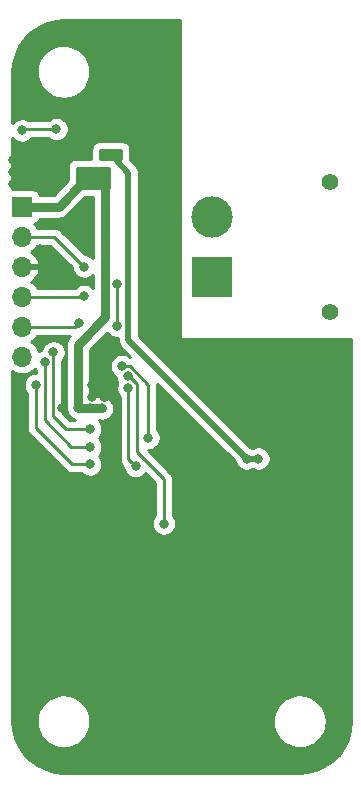
<source format=gbl>
G04 #@! TF.GenerationSoftware,KiCad,Pcbnew,(5.1.2)-1*
G04 #@! TF.CreationDate,2019-12-12T00:14:11+09:00*
G04 #@! TF.ProjectId,CAN_IMU,43414e5f-494d-4552-9e6b-696361645f70,rev?*
G04 #@! TF.SameCoordinates,PXcd0a3c0PY7e5ca20*
G04 #@! TF.FileFunction,Copper,L2,Bot*
G04 #@! TF.FilePolarity,Positive*
%FSLAX46Y46*%
G04 Gerber Fmt 4.6, Leading zero omitted, Abs format (unit mm)*
G04 Created by KiCad (PCBNEW (5.1.2)-1) date 2019-12-12 00:14:11*
%MOMM*%
%LPD*%
G04 APERTURE LIST*
%ADD10O,1.700000X1.700000*%
%ADD11R,1.700000X1.700000*%
%ADD12C,3.500000*%
%ADD13R,3.500000X3.500000*%
%ADD14C,1.400000*%
%ADD15C,0.800000*%
%ADD16C,0.750000*%
%ADD17C,0.250000*%
%ADD18C,0.500000*%
%ADD19C,0.254000*%
G04 APERTURE END LIST*
D10*
X-13500000Y3380000D03*
X-13500000Y5920000D03*
X-13500000Y8460000D03*
X-13500000Y11000000D03*
X-13500000Y13540000D03*
D11*
X-13500000Y16080000D03*
D12*
X2540000Y15160000D03*
D13*
X2540000Y10160000D03*
D14*
X12540000Y18160000D03*
X12540000Y7160000D03*
D15*
X8000000Y-1500000D03*
X-14250000Y19000000D03*
X-14250000Y20000000D03*
X-14250000Y18000000D03*
X-13000000Y20000000D03*
X-13000000Y18000000D03*
X-13750000Y-1000000D03*
X-13800000Y1500000D03*
X-13800000Y300000D03*
X-13700000Y-10000000D03*
X-13600000Y-27000000D03*
X-9300000Y-31200000D03*
X-13500000Y-19000000D03*
X-9500000Y-22500000D03*
X-5500000Y-26500000D03*
X-1500000Y-30500000D03*
X8500000Y-31000000D03*
X13500000Y-26000000D03*
X9000000Y-22500000D03*
X-1000000Y-22500000D03*
X8500000Y-6500000D03*
X8500000Y-13000000D03*
X13500000Y-13000000D03*
X9000000Y-18000000D03*
X-500000Y-19500000D03*
X-2000000Y-19500000D03*
X-5500000Y-18000000D03*
X-7500000Y-20000000D03*
X-10000000Y-17000000D03*
X-8500000Y-15000000D03*
X-6500000Y-10000000D03*
X-4000000Y-11500000D03*
X-4000000Y-15000000D03*
X-6600000Y0D03*
X-6600000Y1000000D03*
X-7600000Y1000000D03*
X-7600000Y0D03*
X-10100000Y-1000000D03*
X-5600000Y-3900000D03*
X-2700000Y-7300000D03*
X4200000Y-8800000D03*
X2700000Y-6600000D03*
X-1100000Y4200000D03*
X14000000Y4500000D03*
X13800000Y-1500000D03*
X9100000Y2400000D03*
X5400000Y4100000D03*
X10700000Y-10000000D03*
X12800000Y-18800000D03*
X-800000Y30600000D03*
X-8800000Y30800000D03*
X-800000Y22400000D03*
X-5900000Y23900000D03*
X-13100000Y25900000D03*
X-1800000Y19800000D03*
X-1400000Y13100000D03*
X-9950000Y14550000D03*
X-11700000Y14700000D03*
X-8250000Y15000000D03*
X-12000000Y12500000D03*
X-12000000Y9600000D03*
X-1475000Y-905000D03*
X14100000Y-6500000D03*
X-8500000Y19000000D03*
X-8500000Y18000000D03*
X-7500000Y18000000D03*
X-7500000Y19000000D03*
X-6500000Y19000000D03*
X-6500000Y18000000D03*
X-8750000Y-1000000D03*
X-6750000Y-1000000D03*
X-7800000Y-1000000D03*
X-10600000Y22650000D03*
X-13500000Y22530002D03*
X-6500000Y20500000D03*
X-5500000Y20500000D03*
X5500000Y-5250000D03*
X6500000Y-5250000D03*
X-2824979Y-3500000D03*
X-5039584Y2573637D03*
X-1500000Y-10750000D03*
X-4554798Y1698990D03*
X-4500000Y700000D03*
X-3900000Y-5899992D03*
X-5500000Y6000000D03*
X-5500000Y9500000D03*
X-8725010Y6230632D03*
X-8250000Y8500000D03*
X-8250000Y11000000D03*
X-7750001Y-2750000D03*
X-10854083Y3750008D03*
X-7750000Y-4250000D03*
X-11599989Y2952702D03*
X-7750000Y-5750000D03*
X-12350021Y1000000D03*
D16*
X-6600000Y0D02*
X-6600000Y1000000D01*
X-6600000Y1000000D02*
X-7600000Y1000000D01*
X-10420000Y16080000D02*
X-8500000Y18000000D01*
X-13500000Y16080000D02*
X-10420000Y16080000D01*
X-8750000Y-1000000D02*
X-7800000Y-1000000D01*
X-7800000Y-1000000D02*
X-6750000Y-1000000D01*
X-8750000Y-434315D02*
X-8750000Y-1000000D01*
X-8800000Y-384315D02*
X-8750000Y-434315D01*
X-8800000Y4400000D02*
X-8800000Y-384315D01*
X-6500000Y6700000D02*
X-8800000Y4400000D01*
X-6500000Y18000000D02*
X-6500000Y6700000D01*
D17*
X-10600000Y22650000D02*
X-13380002Y22650000D01*
X-13380002Y22650000D02*
X-13500000Y22530002D01*
D18*
X-6500000Y20500000D02*
X-5500000Y20500000D01*
X-5500000Y19934315D02*
X-4500000Y18934315D01*
X-5500000Y20500000D02*
X-5500000Y19934315D01*
X-4500000Y18934315D02*
X-4500000Y4750000D01*
X-4500000Y4750000D02*
X5500000Y-5250000D01*
X5500000Y-5250000D02*
X6500000Y-5250000D01*
D17*
X-4388370Y2573637D02*
X-4473899Y2573637D01*
X-2824979Y-3500000D02*
X-2824979Y1010246D01*
X-2824979Y1010246D02*
X-4388370Y2573637D01*
X-4473899Y2573637D02*
X-5039584Y2573637D01*
X-4425986Y1698990D02*
X-4554798Y1698990D01*
X-3774998Y1048002D02*
X-4425986Y1698990D01*
X-3774998Y-4725002D02*
X-3774998Y1048002D01*
X-1500000Y-10750000D02*
X-1500000Y-7000000D01*
X-1500000Y-7000000D02*
X-3774998Y-4725002D01*
X-4500000Y700000D02*
X-4500000Y-5299992D01*
X-4500000Y-5299992D02*
X-4299999Y-5499993D01*
X-4299999Y-5499993D02*
X-3900000Y-5899992D01*
X-5500000Y6000000D02*
X-5500000Y9500000D01*
X-9035642Y5920000D02*
X-8725010Y6230632D01*
X-13500000Y5920000D02*
X-9035642Y5920000D01*
X-13500000Y8460000D02*
X-8290000Y8460000D01*
X-8290000Y8460000D02*
X-8250000Y8500000D01*
X-13500000Y13540000D02*
X-10790000Y13540000D01*
X-10790000Y13540000D02*
X-8250000Y11000000D01*
X-9750000Y-2750000D02*
X-7750001Y-2750000D01*
X-10854093Y-1645907D02*
X-9750000Y-2750000D01*
X-10854093Y3184313D02*
X-10854093Y-1645907D01*
X-10854083Y3750008D02*
X-10854083Y3184323D01*
X-10854083Y3184323D02*
X-10854093Y3184313D01*
X-9350000Y-4250000D02*
X-7750000Y-4250000D01*
X-11599989Y2952702D02*
X-11599989Y-2000011D01*
X-11599989Y-2000011D02*
X-9350000Y-4250000D01*
X-9250000Y-5750000D02*
X-7750000Y-5750000D01*
X-12350021Y1000000D02*
X-12350021Y-2649979D01*
X-12350021Y-2649979D02*
X-9250000Y-5750000D01*
D19*
G36*
X-7000000Y19365000D02*
G01*
X-6177649Y19365000D01*
X-6156532Y19339269D01*
X-6156529Y19339266D01*
X-6128816Y19305498D01*
X-6127000Y19304008D01*
X-6127000Y17627000D01*
X-8873000Y17627000D01*
X-8873000Y19373000D01*
X-7081227Y19373000D01*
X-7000000Y19365000D01*
X-7000000Y19365000D01*
G37*
X-7000000Y19365000D02*
X-6177649Y19365000D01*
X-6156532Y19339269D01*
X-6156529Y19339266D01*
X-6128816Y19305498D01*
X-6127000Y19304008D01*
X-6127000Y17627000D01*
X-8873000Y17627000D01*
X-8873000Y19373000D01*
X-7081227Y19373000D01*
X-7000000Y19365000D01*
G36*
X-5127000Y20127000D02*
G01*
X-6873000Y20127000D01*
X-6873000Y20873000D01*
X-5127000Y20873000D01*
X-5127000Y20127000D01*
X-5127000Y20127000D01*
G37*
X-5127000Y20127000D02*
X-6873000Y20127000D01*
X-6873000Y20873000D01*
X-5127000Y20873000D01*
X-5127000Y20127000D01*
G36*
X-127000Y5000000D02*
G01*
X-124560Y4975224D01*
X-117333Y4951399D01*
X-105597Y4929443D01*
X-89803Y4910197D01*
X-70557Y4894403D01*
X-48601Y4882667D01*
X-24776Y4875440D01*
X0Y4873000D01*
X14340001Y4873000D01*
X14340000Y-27470608D01*
X14268827Y-28268083D01*
X14065344Y-29011890D01*
X13733363Y-29707904D01*
X13283374Y-30334130D01*
X12729597Y-30870777D01*
X12089549Y-31300871D01*
X11383447Y-31610829D01*
X10628543Y-31792065D01*
X9975793Y-31840000D01*
X-9970608Y-31840000D01*
X-10768083Y-31768827D01*
X-11511890Y-31565344D01*
X-12207904Y-31233363D01*
X-12834130Y-30783374D01*
X-13370777Y-30229597D01*
X-13800871Y-29589549D01*
X-14110829Y-28883447D01*
X-14292065Y-28128543D01*
X-14335884Y-27531834D01*
X-12279778Y-27531834D01*
X-12230177Y-27974039D01*
X-12095629Y-28398188D01*
X-11881259Y-28788125D01*
X-11595232Y-29128998D01*
X-11248444Y-29407823D01*
X-10854103Y-29613979D01*
X-10427229Y-29739615D01*
X-9984083Y-29779944D01*
X-9541542Y-29733432D01*
X-9116464Y-29601848D01*
X-8725040Y-29390206D01*
X-8382179Y-29106566D01*
X-8100940Y-28761733D01*
X-7892035Y-28368840D01*
X-7763422Y-27942854D01*
X-7723122Y-27531834D01*
X7720222Y-27531834D01*
X7769823Y-27974039D01*
X7904371Y-28398188D01*
X8118741Y-28788125D01*
X8404768Y-29128998D01*
X8751556Y-29407823D01*
X9145897Y-29613979D01*
X9572771Y-29739615D01*
X10015917Y-29779944D01*
X10458458Y-29733432D01*
X10883536Y-29601848D01*
X11274960Y-29390206D01*
X11617821Y-29106566D01*
X11899060Y-28761733D01*
X12107965Y-28368840D01*
X12236578Y-27942854D01*
X12280000Y-27500000D01*
X12279111Y-27436339D01*
X12223341Y-26994869D01*
X12082884Y-26572640D01*
X11863090Y-26185734D01*
X11572333Y-25848888D01*
X11221685Y-25574932D01*
X10824504Y-25374302D01*
X10395918Y-25254638D01*
X9952251Y-25220500D01*
X9510403Y-25273187D01*
X9087204Y-25410693D01*
X8698773Y-25627780D01*
X8359905Y-25916179D01*
X8083508Y-26264905D01*
X7880110Y-26660676D01*
X7757457Y-27088416D01*
X7720222Y-27531834D01*
X-7723122Y-27531834D01*
X-7720000Y-27500000D01*
X-7720889Y-27436339D01*
X-7776659Y-26994869D01*
X-7917116Y-26572640D01*
X-8136910Y-26185734D01*
X-8427667Y-25848888D01*
X-8778315Y-25574932D01*
X-9175496Y-25374302D01*
X-9604082Y-25254638D01*
X-10047749Y-25220500D01*
X-10489597Y-25273187D01*
X-10912796Y-25410693D01*
X-11301227Y-25627780D01*
X-11640095Y-25916179D01*
X-11916492Y-26264905D01*
X-12119890Y-26660676D01*
X-12242543Y-27088416D01*
X-12279778Y-27531834D01*
X-14335884Y-27531834D01*
X-14340000Y-27475793D01*
X-14340000Y2148310D01*
X-14329014Y2139294D01*
X-14071034Y2001401D01*
X-13791111Y1916487D01*
X-13572950Y1895000D01*
X-13427050Y1895000D01*
X-13208889Y1916487D01*
X-12928966Y2001401D01*
X-12670986Y2139294D01*
X-12444866Y2324866D01*
X-12434062Y2338030D01*
X-12403926Y2292928D01*
X-12359989Y2248991D01*
X-12359989Y2035000D01*
X-12451960Y2035000D01*
X-12651919Y1995226D01*
X-12840277Y1917205D01*
X-13009795Y1803937D01*
X-13153958Y1659774D01*
X-13267226Y1490256D01*
X-13345247Y1301898D01*
X-13385021Y1101939D01*
X-13385021Y898061D01*
X-13345247Y698102D01*
X-13267226Y509744D01*
X-13153958Y340226D01*
X-13110021Y296289D01*
X-13110020Y-2612647D01*
X-13113697Y-2649979D01*
X-13110020Y-2687312D01*
X-13102497Y-2763688D01*
X-13099023Y-2798964D01*
X-13055567Y-2942225D01*
X-12984995Y-3074255D01*
X-12913820Y-3160981D01*
X-12890021Y-3189980D01*
X-12861023Y-3213778D01*
X-9813799Y-6261003D01*
X-9790001Y-6290001D01*
X-9674276Y-6384974D01*
X-9542247Y-6455546D01*
X-9398986Y-6499003D01*
X-9287333Y-6510000D01*
X-9287325Y-6510000D01*
X-9250000Y-6513676D01*
X-9212675Y-6510000D01*
X-8453711Y-6510000D01*
X-8409774Y-6553937D01*
X-8240256Y-6667205D01*
X-8051898Y-6745226D01*
X-7851939Y-6785000D01*
X-7648061Y-6785000D01*
X-7448102Y-6745226D01*
X-7259744Y-6667205D01*
X-7090226Y-6553937D01*
X-6946063Y-6409774D01*
X-6832795Y-6240256D01*
X-6754774Y-6051898D01*
X-6715000Y-5851939D01*
X-6715000Y-5648061D01*
X-6754774Y-5448102D01*
X-6832795Y-5259744D01*
X-6946063Y-5090226D01*
X-7036289Y-5000000D01*
X-6946063Y-4909774D01*
X-6832795Y-4740256D01*
X-6754774Y-4551898D01*
X-6715000Y-4351939D01*
X-6715000Y-4148061D01*
X-6754774Y-3948102D01*
X-6832795Y-3759744D01*
X-6946063Y-3590226D01*
X-7036289Y-3500000D01*
X-6946064Y-3409774D01*
X-6832796Y-3240256D01*
X-6754775Y-3051898D01*
X-6715001Y-2851939D01*
X-6715001Y-2648061D01*
X-6754775Y-2448102D01*
X-6832796Y-2259744D01*
X-6946064Y-2090226D01*
X-7026290Y-2010000D01*
X-6977623Y-2010000D01*
X-6851939Y-2035000D01*
X-6648061Y-2035000D01*
X-6448102Y-1995226D01*
X-6259744Y-1917205D01*
X-6090226Y-1803937D01*
X-5946063Y-1659774D01*
X-5832795Y-1490256D01*
X-5754774Y-1301898D01*
X-5715000Y-1101939D01*
X-5715000Y-898061D01*
X-5754774Y-698102D01*
X-5832795Y-509744D01*
X-5946063Y-340226D01*
X-6090226Y-196063D01*
X-6259744Y-82795D01*
X-6448102Y-4774D01*
X-6648061Y35000D01*
X-6851939Y35000D01*
X-6977623Y10000D01*
X-7572377Y10000D01*
X-7698061Y35000D01*
X-7790000Y35000D01*
X-7790000Y3981645D01*
X-6354999Y5416646D01*
X-6303937Y5340226D01*
X-6159774Y5196063D01*
X-5990256Y5082795D01*
X-5801898Y5004774D01*
X-5601939Y4965000D01*
X-5398061Y4965000D01*
X-5384999Y4967598D01*
X-5384999Y4793479D01*
X-5389281Y4750000D01*
X-5372195Y4576510D01*
X-5321588Y4409687D01*
X-5239410Y4255941D01*
X-5156532Y4154954D01*
X-5156529Y4154951D01*
X-5128816Y4121183D01*
X-5095048Y4093470D01*
X-4333486Y3331908D01*
X-4334216Y3331980D01*
X-4379810Y3377574D01*
X-4549328Y3490842D01*
X-4737686Y3568863D01*
X-4937645Y3608637D01*
X-5141523Y3608637D01*
X-5341482Y3568863D01*
X-5529840Y3490842D01*
X-5699358Y3377574D01*
X-5843521Y3233411D01*
X-5956789Y3063893D01*
X-6034810Y2875535D01*
X-6074584Y2675576D01*
X-6074584Y2471698D01*
X-6034810Y2271739D01*
X-5956789Y2083381D01*
X-5843521Y1913863D01*
X-5699358Y1769700D01*
X-5589798Y1696495D01*
X-5589798Y1597051D01*
X-5550024Y1397092D01*
X-5472003Y1208734D01*
X-5433451Y1151036D01*
X-5495226Y1001898D01*
X-5535000Y801939D01*
X-5535000Y598061D01*
X-5495226Y398102D01*
X-5417205Y209744D01*
X-5303937Y40226D01*
X-5260000Y-3711D01*
X-5259999Y-5262660D01*
X-5263676Y-5299992D01*
X-5259999Y-5337325D01*
X-5258651Y-5351006D01*
X-5249002Y-5448977D01*
X-5205546Y-5592238D01*
X-5134974Y-5724268D01*
X-5063799Y-5810994D01*
X-5040000Y-5839993D01*
X-5011002Y-5863791D01*
X-4935000Y-5939793D01*
X-4935000Y-6001931D01*
X-4895226Y-6201890D01*
X-4817205Y-6390248D01*
X-4703937Y-6559766D01*
X-4559774Y-6703929D01*
X-4390256Y-6817197D01*
X-4201898Y-6895218D01*
X-4001939Y-6934992D01*
X-3798061Y-6934992D01*
X-3598102Y-6895218D01*
X-3409744Y-6817197D01*
X-3240226Y-6703929D01*
X-3096063Y-6559766D01*
X-3063608Y-6511194D01*
X-2259999Y-7314803D01*
X-2260000Y-10046289D01*
X-2303937Y-10090226D01*
X-2417205Y-10259744D01*
X-2495226Y-10448102D01*
X-2535000Y-10648061D01*
X-2535000Y-10851939D01*
X-2495226Y-11051898D01*
X-2417205Y-11240256D01*
X-2303937Y-11409774D01*
X-2159774Y-11553937D01*
X-1990256Y-11667205D01*
X-1801898Y-11745226D01*
X-1601939Y-11785000D01*
X-1398061Y-11785000D01*
X-1198102Y-11745226D01*
X-1009744Y-11667205D01*
X-840226Y-11553937D01*
X-696063Y-11409774D01*
X-582795Y-11240256D01*
X-504774Y-11051898D01*
X-465000Y-10851939D01*
X-465000Y-10648061D01*
X-504774Y-10448102D01*
X-582795Y-10259744D01*
X-696063Y-10090226D01*
X-740000Y-10046289D01*
X-740000Y-7037322D01*
X-736324Y-6999999D01*
X-740000Y-6962676D01*
X-740000Y-6962667D01*
X-750997Y-6851014D01*
X-794454Y-6707753D01*
X-825862Y-6648994D01*
X-865026Y-6575723D01*
X-936201Y-6488997D01*
X-959999Y-6459999D01*
X-988997Y-6436201D01*
X-2890199Y-4535000D01*
X-2723040Y-4535000D01*
X-2523081Y-4495226D01*
X-2334723Y-4417205D01*
X-2165205Y-4303937D01*
X-2021042Y-4159774D01*
X-1907774Y-3990256D01*
X-1829753Y-3801898D01*
X-1789979Y-3601939D01*
X-1789979Y-3398061D01*
X-1829753Y-3198102D01*
X-1907774Y-3009744D01*
X-2021042Y-2840226D01*
X-2064979Y-2796289D01*
X-2064979Y972921D01*
X-2061303Y1010246D01*
X-2064979Y1047571D01*
X-2064979Y1047579D01*
X-2066708Y1065129D01*
X4493465Y-5495044D01*
X4504774Y-5551898D01*
X4582795Y-5740256D01*
X4696063Y-5909774D01*
X4840226Y-6053937D01*
X5009744Y-6167205D01*
X5198102Y-6245226D01*
X5398061Y-6285000D01*
X5601939Y-6285000D01*
X5801898Y-6245226D01*
X5990256Y-6167205D01*
X6000000Y-6160694D01*
X6009744Y-6167205D01*
X6198102Y-6245226D01*
X6398061Y-6285000D01*
X6601939Y-6285000D01*
X6801898Y-6245226D01*
X6990256Y-6167205D01*
X7159774Y-6053937D01*
X7303937Y-5909774D01*
X7417205Y-5740256D01*
X7495226Y-5551898D01*
X7535000Y-5351939D01*
X7535000Y-5148061D01*
X7495226Y-4948102D01*
X7417205Y-4759744D01*
X7303937Y-4590226D01*
X7159774Y-4446063D01*
X6990256Y-4332795D01*
X6801898Y-4254774D01*
X6601939Y-4215000D01*
X6398061Y-4215000D01*
X6198102Y-4254774D01*
X6009744Y-4332795D01*
X6000000Y-4339306D01*
X5990256Y-4332795D01*
X5801898Y-4254774D01*
X5745044Y-4243465D01*
X-3615000Y5116578D01*
X-3615000Y18890846D01*
X-3610719Y18934315D01*
X-3615000Y18977784D01*
X-3615000Y18977792D01*
X-3627805Y19107805D01*
X-3629298Y19112726D01*
X-3678411Y19274629D01*
X-3760589Y19428374D01*
X-3843468Y19529362D01*
X-3843470Y19529364D01*
X-3871183Y19563132D01*
X-3904950Y19590844D01*
X-4365000Y20050894D01*
X-4365000Y21000000D01*
X-4377201Y21123882D01*
X-4413336Y21243004D01*
X-4472017Y21352787D01*
X-4550987Y21449013D01*
X-4647213Y21527983D01*
X-4756996Y21586664D01*
X-4876118Y21622799D01*
X-5000000Y21635000D01*
X-7000000Y21635000D01*
X-7123882Y21622799D01*
X-7243004Y21586664D01*
X-7352787Y21527983D01*
X-7449013Y21449013D01*
X-7527983Y21352787D01*
X-7586664Y21243004D01*
X-7622799Y21123882D01*
X-7635000Y21000000D01*
X-7635000Y20135000D01*
X-9000000Y20135000D01*
X-9123882Y20122799D01*
X-9243004Y20086664D01*
X-9352787Y20027983D01*
X-9449013Y19949013D01*
X-9527983Y19852787D01*
X-9586664Y19743004D01*
X-9622799Y19623882D01*
X-9635000Y19500000D01*
X-9635000Y18293355D01*
X-10838355Y17090000D01*
X-12034962Y17090000D01*
X-12060498Y17174180D01*
X-12119463Y17284494D01*
X-12198815Y17381185D01*
X-12295506Y17460537D01*
X-12405820Y17519502D01*
X-12525518Y17555812D01*
X-12650000Y17568072D01*
X-14340000Y17568072D01*
X-14340000Y21924200D01*
X-14303937Y21870228D01*
X-14159774Y21726065D01*
X-13990256Y21612797D01*
X-13801898Y21534776D01*
X-13601939Y21495002D01*
X-13398061Y21495002D01*
X-13198102Y21534776D01*
X-13009744Y21612797D01*
X-12840226Y21726065D01*
X-12696063Y21870228D01*
X-12682852Y21890000D01*
X-11303711Y21890000D01*
X-11259774Y21846063D01*
X-11090256Y21732795D01*
X-10901898Y21654774D01*
X-10701939Y21615000D01*
X-10498061Y21615000D01*
X-10298102Y21654774D01*
X-10109744Y21732795D01*
X-9940226Y21846063D01*
X-9796063Y21990226D01*
X-9682795Y22159744D01*
X-9604774Y22348102D01*
X-9565000Y22548061D01*
X-9565000Y22751939D01*
X-9604774Y22951898D01*
X-9682795Y23140256D01*
X-9796063Y23309774D01*
X-9940226Y23453937D01*
X-10109744Y23567205D01*
X-10298102Y23645226D01*
X-10498061Y23685000D01*
X-10701939Y23685000D01*
X-10901898Y23645226D01*
X-11090256Y23567205D01*
X-11259774Y23453937D01*
X-11303711Y23410000D01*
X-12954060Y23410000D01*
X-13009744Y23447207D01*
X-13198102Y23525228D01*
X-13398061Y23565002D01*
X-13601939Y23565002D01*
X-13801898Y23525228D01*
X-13990256Y23447207D01*
X-14159774Y23333939D01*
X-14303937Y23189776D01*
X-14340000Y23135804D01*
X-14340000Y27468166D01*
X-12279778Y27468166D01*
X-12230177Y27025961D01*
X-12095629Y26601812D01*
X-11881259Y26211875D01*
X-11595232Y25871002D01*
X-11248444Y25592177D01*
X-10854103Y25386021D01*
X-10427229Y25260385D01*
X-9984083Y25220056D01*
X-9541542Y25266568D01*
X-9116464Y25398152D01*
X-8725040Y25609794D01*
X-8382179Y25893434D01*
X-8100940Y26238267D01*
X-7892035Y26631160D01*
X-7763422Y27057146D01*
X-7720000Y27500000D01*
X-7720889Y27563661D01*
X-7776659Y28005131D01*
X-7917116Y28427360D01*
X-8136910Y28814266D01*
X-8427667Y29151112D01*
X-8778315Y29425068D01*
X-9175496Y29625698D01*
X-9604082Y29745362D01*
X-10047749Y29779500D01*
X-10489597Y29726813D01*
X-10912796Y29589307D01*
X-11301227Y29372220D01*
X-11640095Y29083821D01*
X-11916492Y28735095D01*
X-12119890Y28339324D01*
X-12242543Y27911584D01*
X-12279778Y27468166D01*
X-14340000Y27468166D01*
X-14340000Y27470608D01*
X-14268827Y28268083D01*
X-14065344Y29011891D01*
X-13733362Y29707905D01*
X-13283374Y30334130D01*
X-12729597Y30870777D01*
X-12089549Y31300871D01*
X-11383447Y31610829D01*
X-10628543Y31792065D01*
X-9975793Y31840000D01*
X-127000Y31840000D01*
X-127000Y5000000D01*
X-127000Y5000000D01*
G37*
X-127000Y5000000D02*
X-124560Y4975224D01*
X-117333Y4951399D01*
X-105597Y4929443D01*
X-89803Y4910197D01*
X-70557Y4894403D01*
X-48601Y4882667D01*
X-24776Y4875440D01*
X0Y4873000D01*
X14340001Y4873000D01*
X14340000Y-27470608D01*
X14268827Y-28268083D01*
X14065344Y-29011890D01*
X13733363Y-29707904D01*
X13283374Y-30334130D01*
X12729597Y-30870777D01*
X12089549Y-31300871D01*
X11383447Y-31610829D01*
X10628543Y-31792065D01*
X9975793Y-31840000D01*
X-9970608Y-31840000D01*
X-10768083Y-31768827D01*
X-11511890Y-31565344D01*
X-12207904Y-31233363D01*
X-12834130Y-30783374D01*
X-13370777Y-30229597D01*
X-13800871Y-29589549D01*
X-14110829Y-28883447D01*
X-14292065Y-28128543D01*
X-14335884Y-27531834D01*
X-12279778Y-27531834D01*
X-12230177Y-27974039D01*
X-12095629Y-28398188D01*
X-11881259Y-28788125D01*
X-11595232Y-29128998D01*
X-11248444Y-29407823D01*
X-10854103Y-29613979D01*
X-10427229Y-29739615D01*
X-9984083Y-29779944D01*
X-9541542Y-29733432D01*
X-9116464Y-29601848D01*
X-8725040Y-29390206D01*
X-8382179Y-29106566D01*
X-8100940Y-28761733D01*
X-7892035Y-28368840D01*
X-7763422Y-27942854D01*
X-7723122Y-27531834D01*
X7720222Y-27531834D01*
X7769823Y-27974039D01*
X7904371Y-28398188D01*
X8118741Y-28788125D01*
X8404768Y-29128998D01*
X8751556Y-29407823D01*
X9145897Y-29613979D01*
X9572771Y-29739615D01*
X10015917Y-29779944D01*
X10458458Y-29733432D01*
X10883536Y-29601848D01*
X11274960Y-29390206D01*
X11617821Y-29106566D01*
X11899060Y-28761733D01*
X12107965Y-28368840D01*
X12236578Y-27942854D01*
X12280000Y-27500000D01*
X12279111Y-27436339D01*
X12223341Y-26994869D01*
X12082884Y-26572640D01*
X11863090Y-26185734D01*
X11572333Y-25848888D01*
X11221685Y-25574932D01*
X10824504Y-25374302D01*
X10395918Y-25254638D01*
X9952251Y-25220500D01*
X9510403Y-25273187D01*
X9087204Y-25410693D01*
X8698773Y-25627780D01*
X8359905Y-25916179D01*
X8083508Y-26264905D01*
X7880110Y-26660676D01*
X7757457Y-27088416D01*
X7720222Y-27531834D01*
X-7723122Y-27531834D01*
X-7720000Y-27500000D01*
X-7720889Y-27436339D01*
X-7776659Y-26994869D01*
X-7917116Y-26572640D01*
X-8136910Y-26185734D01*
X-8427667Y-25848888D01*
X-8778315Y-25574932D01*
X-9175496Y-25374302D01*
X-9604082Y-25254638D01*
X-10047749Y-25220500D01*
X-10489597Y-25273187D01*
X-10912796Y-25410693D01*
X-11301227Y-25627780D01*
X-11640095Y-25916179D01*
X-11916492Y-26264905D01*
X-12119890Y-26660676D01*
X-12242543Y-27088416D01*
X-12279778Y-27531834D01*
X-14335884Y-27531834D01*
X-14340000Y-27475793D01*
X-14340000Y2148310D01*
X-14329014Y2139294D01*
X-14071034Y2001401D01*
X-13791111Y1916487D01*
X-13572950Y1895000D01*
X-13427050Y1895000D01*
X-13208889Y1916487D01*
X-12928966Y2001401D01*
X-12670986Y2139294D01*
X-12444866Y2324866D01*
X-12434062Y2338030D01*
X-12403926Y2292928D01*
X-12359989Y2248991D01*
X-12359989Y2035000D01*
X-12451960Y2035000D01*
X-12651919Y1995226D01*
X-12840277Y1917205D01*
X-13009795Y1803937D01*
X-13153958Y1659774D01*
X-13267226Y1490256D01*
X-13345247Y1301898D01*
X-13385021Y1101939D01*
X-13385021Y898061D01*
X-13345247Y698102D01*
X-13267226Y509744D01*
X-13153958Y340226D01*
X-13110021Y296289D01*
X-13110020Y-2612647D01*
X-13113697Y-2649979D01*
X-13110020Y-2687312D01*
X-13102497Y-2763688D01*
X-13099023Y-2798964D01*
X-13055567Y-2942225D01*
X-12984995Y-3074255D01*
X-12913820Y-3160981D01*
X-12890021Y-3189980D01*
X-12861023Y-3213778D01*
X-9813799Y-6261003D01*
X-9790001Y-6290001D01*
X-9674276Y-6384974D01*
X-9542247Y-6455546D01*
X-9398986Y-6499003D01*
X-9287333Y-6510000D01*
X-9287325Y-6510000D01*
X-9250000Y-6513676D01*
X-9212675Y-6510000D01*
X-8453711Y-6510000D01*
X-8409774Y-6553937D01*
X-8240256Y-6667205D01*
X-8051898Y-6745226D01*
X-7851939Y-6785000D01*
X-7648061Y-6785000D01*
X-7448102Y-6745226D01*
X-7259744Y-6667205D01*
X-7090226Y-6553937D01*
X-6946063Y-6409774D01*
X-6832795Y-6240256D01*
X-6754774Y-6051898D01*
X-6715000Y-5851939D01*
X-6715000Y-5648061D01*
X-6754774Y-5448102D01*
X-6832795Y-5259744D01*
X-6946063Y-5090226D01*
X-7036289Y-5000000D01*
X-6946063Y-4909774D01*
X-6832795Y-4740256D01*
X-6754774Y-4551898D01*
X-6715000Y-4351939D01*
X-6715000Y-4148061D01*
X-6754774Y-3948102D01*
X-6832795Y-3759744D01*
X-6946063Y-3590226D01*
X-7036289Y-3500000D01*
X-6946064Y-3409774D01*
X-6832796Y-3240256D01*
X-6754775Y-3051898D01*
X-6715001Y-2851939D01*
X-6715001Y-2648061D01*
X-6754775Y-2448102D01*
X-6832796Y-2259744D01*
X-6946064Y-2090226D01*
X-7026290Y-2010000D01*
X-6977623Y-2010000D01*
X-6851939Y-2035000D01*
X-6648061Y-2035000D01*
X-6448102Y-1995226D01*
X-6259744Y-1917205D01*
X-6090226Y-1803937D01*
X-5946063Y-1659774D01*
X-5832795Y-1490256D01*
X-5754774Y-1301898D01*
X-5715000Y-1101939D01*
X-5715000Y-898061D01*
X-5754774Y-698102D01*
X-5832795Y-509744D01*
X-5946063Y-340226D01*
X-6090226Y-196063D01*
X-6259744Y-82795D01*
X-6448102Y-4774D01*
X-6648061Y35000D01*
X-6851939Y35000D01*
X-6977623Y10000D01*
X-7572377Y10000D01*
X-7698061Y35000D01*
X-7790000Y35000D01*
X-7790000Y3981645D01*
X-6354999Y5416646D01*
X-6303937Y5340226D01*
X-6159774Y5196063D01*
X-5990256Y5082795D01*
X-5801898Y5004774D01*
X-5601939Y4965000D01*
X-5398061Y4965000D01*
X-5384999Y4967598D01*
X-5384999Y4793479D01*
X-5389281Y4750000D01*
X-5372195Y4576510D01*
X-5321588Y4409687D01*
X-5239410Y4255941D01*
X-5156532Y4154954D01*
X-5156529Y4154951D01*
X-5128816Y4121183D01*
X-5095048Y4093470D01*
X-4333486Y3331908D01*
X-4334216Y3331980D01*
X-4379810Y3377574D01*
X-4549328Y3490842D01*
X-4737686Y3568863D01*
X-4937645Y3608637D01*
X-5141523Y3608637D01*
X-5341482Y3568863D01*
X-5529840Y3490842D01*
X-5699358Y3377574D01*
X-5843521Y3233411D01*
X-5956789Y3063893D01*
X-6034810Y2875535D01*
X-6074584Y2675576D01*
X-6074584Y2471698D01*
X-6034810Y2271739D01*
X-5956789Y2083381D01*
X-5843521Y1913863D01*
X-5699358Y1769700D01*
X-5589798Y1696495D01*
X-5589798Y1597051D01*
X-5550024Y1397092D01*
X-5472003Y1208734D01*
X-5433451Y1151036D01*
X-5495226Y1001898D01*
X-5535000Y801939D01*
X-5535000Y598061D01*
X-5495226Y398102D01*
X-5417205Y209744D01*
X-5303937Y40226D01*
X-5260000Y-3711D01*
X-5259999Y-5262660D01*
X-5263676Y-5299992D01*
X-5259999Y-5337325D01*
X-5258651Y-5351006D01*
X-5249002Y-5448977D01*
X-5205546Y-5592238D01*
X-5134974Y-5724268D01*
X-5063799Y-5810994D01*
X-5040000Y-5839993D01*
X-5011002Y-5863791D01*
X-4935000Y-5939793D01*
X-4935000Y-6001931D01*
X-4895226Y-6201890D01*
X-4817205Y-6390248D01*
X-4703937Y-6559766D01*
X-4559774Y-6703929D01*
X-4390256Y-6817197D01*
X-4201898Y-6895218D01*
X-4001939Y-6934992D01*
X-3798061Y-6934992D01*
X-3598102Y-6895218D01*
X-3409744Y-6817197D01*
X-3240226Y-6703929D01*
X-3096063Y-6559766D01*
X-3063608Y-6511194D01*
X-2259999Y-7314803D01*
X-2260000Y-10046289D01*
X-2303937Y-10090226D01*
X-2417205Y-10259744D01*
X-2495226Y-10448102D01*
X-2535000Y-10648061D01*
X-2535000Y-10851939D01*
X-2495226Y-11051898D01*
X-2417205Y-11240256D01*
X-2303937Y-11409774D01*
X-2159774Y-11553937D01*
X-1990256Y-11667205D01*
X-1801898Y-11745226D01*
X-1601939Y-11785000D01*
X-1398061Y-11785000D01*
X-1198102Y-11745226D01*
X-1009744Y-11667205D01*
X-840226Y-11553937D01*
X-696063Y-11409774D01*
X-582795Y-11240256D01*
X-504774Y-11051898D01*
X-465000Y-10851939D01*
X-465000Y-10648061D01*
X-504774Y-10448102D01*
X-582795Y-10259744D01*
X-696063Y-10090226D01*
X-740000Y-10046289D01*
X-740000Y-7037322D01*
X-736324Y-6999999D01*
X-740000Y-6962676D01*
X-740000Y-6962667D01*
X-750997Y-6851014D01*
X-794454Y-6707753D01*
X-825862Y-6648994D01*
X-865026Y-6575723D01*
X-936201Y-6488997D01*
X-959999Y-6459999D01*
X-988997Y-6436201D01*
X-2890199Y-4535000D01*
X-2723040Y-4535000D01*
X-2523081Y-4495226D01*
X-2334723Y-4417205D01*
X-2165205Y-4303937D01*
X-2021042Y-4159774D01*
X-1907774Y-3990256D01*
X-1829753Y-3801898D01*
X-1789979Y-3601939D01*
X-1789979Y-3398061D01*
X-1829753Y-3198102D01*
X-1907774Y-3009744D01*
X-2021042Y-2840226D01*
X-2064979Y-2796289D01*
X-2064979Y972921D01*
X-2061303Y1010246D01*
X-2064979Y1047571D01*
X-2064979Y1047579D01*
X-2066708Y1065129D01*
X4493465Y-5495044D01*
X4504774Y-5551898D01*
X4582795Y-5740256D01*
X4696063Y-5909774D01*
X4840226Y-6053937D01*
X5009744Y-6167205D01*
X5198102Y-6245226D01*
X5398061Y-6285000D01*
X5601939Y-6285000D01*
X5801898Y-6245226D01*
X5990256Y-6167205D01*
X6000000Y-6160694D01*
X6009744Y-6167205D01*
X6198102Y-6245226D01*
X6398061Y-6285000D01*
X6601939Y-6285000D01*
X6801898Y-6245226D01*
X6990256Y-6167205D01*
X7159774Y-6053937D01*
X7303937Y-5909774D01*
X7417205Y-5740256D01*
X7495226Y-5551898D01*
X7535000Y-5351939D01*
X7535000Y-5148061D01*
X7495226Y-4948102D01*
X7417205Y-4759744D01*
X7303937Y-4590226D01*
X7159774Y-4446063D01*
X6990256Y-4332795D01*
X6801898Y-4254774D01*
X6601939Y-4215000D01*
X6398061Y-4215000D01*
X6198102Y-4254774D01*
X6009744Y-4332795D01*
X6000000Y-4339306D01*
X5990256Y-4332795D01*
X5801898Y-4254774D01*
X5745044Y-4243465D01*
X-3615000Y5116578D01*
X-3615000Y18890846D01*
X-3610719Y18934315D01*
X-3615000Y18977784D01*
X-3615000Y18977792D01*
X-3627805Y19107805D01*
X-3629298Y19112726D01*
X-3678411Y19274629D01*
X-3760589Y19428374D01*
X-3843468Y19529362D01*
X-3843470Y19529364D01*
X-3871183Y19563132D01*
X-3904950Y19590844D01*
X-4365000Y20050894D01*
X-4365000Y21000000D01*
X-4377201Y21123882D01*
X-4413336Y21243004D01*
X-4472017Y21352787D01*
X-4550987Y21449013D01*
X-4647213Y21527983D01*
X-4756996Y21586664D01*
X-4876118Y21622799D01*
X-5000000Y21635000D01*
X-7000000Y21635000D01*
X-7123882Y21622799D01*
X-7243004Y21586664D01*
X-7352787Y21527983D01*
X-7449013Y21449013D01*
X-7527983Y21352787D01*
X-7586664Y21243004D01*
X-7622799Y21123882D01*
X-7635000Y21000000D01*
X-7635000Y20135000D01*
X-9000000Y20135000D01*
X-9123882Y20122799D01*
X-9243004Y20086664D01*
X-9352787Y20027983D01*
X-9449013Y19949013D01*
X-9527983Y19852787D01*
X-9586664Y19743004D01*
X-9622799Y19623882D01*
X-9635000Y19500000D01*
X-9635000Y18293355D01*
X-10838355Y17090000D01*
X-12034962Y17090000D01*
X-12060498Y17174180D01*
X-12119463Y17284494D01*
X-12198815Y17381185D01*
X-12295506Y17460537D01*
X-12405820Y17519502D01*
X-12525518Y17555812D01*
X-12650000Y17568072D01*
X-14340000Y17568072D01*
X-14340000Y21924200D01*
X-14303937Y21870228D01*
X-14159774Y21726065D01*
X-13990256Y21612797D01*
X-13801898Y21534776D01*
X-13601939Y21495002D01*
X-13398061Y21495002D01*
X-13198102Y21534776D01*
X-13009744Y21612797D01*
X-12840226Y21726065D01*
X-12696063Y21870228D01*
X-12682852Y21890000D01*
X-11303711Y21890000D01*
X-11259774Y21846063D01*
X-11090256Y21732795D01*
X-10901898Y21654774D01*
X-10701939Y21615000D01*
X-10498061Y21615000D01*
X-10298102Y21654774D01*
X-10109744Y21732795D01*
X-9940226Y21846063D01*
X-9796063Y21990226D01*
X-9682795Y22159744D01*
X-9604774Y22348102D01*
X-9565000Y22548061D01*
X-9565000Y22751939D01*
X-9604774Y22951898D01*
X-9682795Y23140256D01*
X-9796063Y23309774D01*
X-9940226Y23453937D01*
X-10109744Y23567205D01*
X-10298102Y23645226D01*
X-10498061Y23685000D01*
X-10701939Y23685000D01*
X-10901898Y23645226D01*
X-11090256Y23567205D01*
X-11259774Y23453937D01*
X-11303711Y23410000D01*
X-12954060Y23410000D01*
X-13009744Y23447207D01*
X-13198102Y23525228D01*
X-13398061Y23565002D01*
X-13601939Y23565002D01*
X-13801898Y23525228D01*
X-13990256Y23447207D01*
X-14159774Y23333939D01*
X-14303937Y23189776D01*
X-14340000Y23135804D01*
X-14340000Y27468166D01*
X-12279778Y27468166D01*
X-12230177Y27025961D01*
X-12095629Y26601812D01*
X-11881259Y26211875D01*
X-11595232Y25871002D01*
X-11248444Y25592177D01*
X-10854103Y25386021D01*
X-10427229Y25260385D01*
X-9984083Y25220056D01*
X-9541542Y25266568D01*
X-9116464Y25398152D01*
X-8725040Y25609794D01*
X-8382179Y25893434D01*
X-8100940Y26238267D01*
X-7892035Y26631160D01*
X-7763422Y27057146D01*
X-7720000Y27500000D01*
X-7720889Y27563661D01*
X-7776659Y28005131D01*
X-7917116Y28427360D01*
X-8136910Y28814266D01*
X-8427667Y29151112D01*
X-8778315Y29425068D01*
X-9175496Y29625698D01*
X-9604082Y29745362D01*
X-10047749Y29779500D01*
X-10489597Y29726813D01*
X-10912796Y29589307D01*
X-11301227Y29372220D01*
X-11640095Y29083821D01*
X-11916492Y28735095D01*
X-12119890Y28339324D01*
X-12242543Y27911584D01*
X-12279778Y27468166D01*
X-14340000Y27468166D01*
X-14340000Y27470608D01*
X-14268827Y28268083D01*
X-14065344Y29011891D01*
X-13733362Y29707905D01*
X-13283374Y30334130D01*
X-12729597Y30870777D01*
X-12089549Y31300871D01*
X-11383447Y31610829D01*
X-10628543Y31792065D01*
X-9975793Y31840000D01*
X-127000Y31840000D01*
X-127000Y5000000D01*
G36*
X-9479094Y5149261D02*
G01*
X-9517633Y5117633D01*
X-9643847Y4963840D01*
X-9737631Y4788380D01*
X-9737632Y4788379D01*
X-9795385Y4597994D01*
X-9814886Y4400000D01*
X-9810000Y4350392D01*
X-9809999Y-334697D01*
X-9814886Y-384315D01*
X-9795385Y-582309D01*
X-9760000Y-698957D01*
X-9760000Y-772377D01*
X-9785000Y-898061D01*
X-9785000Y-1101939D01*
X-9745226Y-1301898D01*
X-9667205Y-1490256D01*
X-9553937Y-1659774D01*
X-9409774Y-1803937D01*
X-9240256Y-1917205D01*
X-9064515Y-1990000D01*
X-9435198Y-1990000D01*
X-10094093Y-1331106D01*
X-10094093Y3046287D01*
X-10050146Y3090234D01*
X-9936878Y3259752D01*
X-9858857Y3448110D01*
X-9819083Y3648069D01*
X-9819083Y3851947D01*
X-9858857Y4051906D01*
X-9936878Y4240264D01*
X-10050146Y4409782D01*
X-10194309Y4553945D01*
X-10363827Y4667213D01*
X-10552185Y4745234D01*
X-10752144Y4785008D01*
X-10956022Y4785008D01*
X-11155981Y4745234D01*
X-11344339Y4667213D01*
X-11513857Y4553945D01*
X-11658020Y4409782D01*
X-11771288Y4240264D01*
X-11849309Y4051906D01*
X-11868677Y3954534D01*
X-11901887Y3947928D01*
X-12090245Y3869907D01*
X-12095688Y3866270D01*
X-12121401Y3951034D01*
X-12259294Y4209014D01*
X-12444866Y4435134D01*
X-12670986Y4620706D01*
X-12725791Y4650000D01*
X-12670986Y4679294D01*
X-12444866Y4864866D01*
X-12259294Y5090986D01*
X-12222405Y5160000D01*
X-9468355Y5160000D01*
X-9479094Y5149261D01*
X-9479094Y5149261D01*
G37*
X-9479094Y5149261D02*
X-9517633Y5117633D01*
X-9643847Y4963840D01*
X-9737631Y4788380D01*
X-9737632Y4788379D01*
X-9795385Y4597994D01*
X-9814886Y4400000D01*
X-9810000Y4350392D01*
X-9809999Y-334697D01*
X-9814886Y-384315D01*
X-9795385Y-582309D01*
X-9760000Y-698957D01*
X-9760000Y-772377D01*
X-9785000Y-898061D01*
X-9785000Y-1101939D01*
X-9745226Y-1301898D01*
X-9667205Y-1490256D01*
X-9553937Y-1659774D01*
X-9409774Y-1803937D01*
X-9240256Y-1917205D01*
X-9064515Y-1990000D01*
X-9435198Y-1990000D01*
X-10094093Y-1331106D01*
X-10094093Y3046287D01*
X-10050146Y3090234D01*
X-9936878Y3259752D01*
X-9858857Y3448110D01*
X-9819083Y3648069D01*
X-9819083Y3851947D01*
X-9858857Y4051906D01*
X-9936878Y4240264D01*
X-10050146Y4409782D01*
X-10194309Y4553945D01*
X-10363827Y4667213D01*
X-10552185Y4745234D01*
X-10752144Y4785008D01*
X-10956022Y4785008D01*
X-11155981Y4745234D01*
X-11344339Y4667213D01*
X-11513857Y4553945D01*
X-11658020Y4409782D01*
X-11771288Y4240264D01*
X-11849309Y4051906D01*
X-11868677Y3954534D01*
X-11901887Y3947928D01*
X-12090245Y3869907D01*
X-12095688Y3866270D01*
X-12121401Y3951034D01*
X-12259294Y4209014D01*
X-12444866Y4435134D01*
X-12670986Y4620706D01*
X-12725791Y4650000D01*
X-12670986Y4679294D01*
X-12444866Y4864866D01*
X-12259294Y5090986D01*
X-12222405Y5160000D01*
X-9468355Y5160000D01*
X-9479094Y5149261D01*
G36*
X-9285000Y10960197D02*
G01*
X-9285000Y10898061D01*
X-9245226Y10698102D01*
X-9167205Y10509744D01*
X-9053937Y10340226D01*
X-8909774Y10196063D01*
X-8740256Y10082795D01*
X-8551898Y10004774D01*
X-8351939Y9965000D01*
X-8148061Y9965000D01*
X-7948102Y10004774D01*
X-7759744Y10082795D01*
X-7590226Y10196063D01*
X-7509999Y10276290D01*
X-7509999Y9223710D01*
X-7590226Y9303937D01*
X-7759744Y9417205D01*
X-7948102Y9495226D01*
X-8148061Y9535000D01*
X-8351939Y9535000D01*
X-8551898Y9495226D01*
X-8740256Y9417205D01*
X-8909774Y9303937D01*
X-8993711Y9220000D01*
X-12222405Y9220000D01*
X-12259294Y9289014D01*
X-12444866Y9515134D01*
X-12670986Y9700706D01*
X-12735523Y9735201D01*
X-12618645Y9804822D01*
X-12402412Y9999731D01*
X-12228359Y10233080D01*
X-12103175Y10495901D01*
X-12058524Y10643110D01*
X-12179845Y10873000D01*
X-13373000Y10873000D01*
X-13373000Y10853000D01*
X-13627000Y10853000D01*
X-13627000Y10873000D01*
X-13647000Y10873000D01*
X-13647000Y11127000D01*
X-13627000Y11127000D01*
X-13627000Y11147000D01*
X-13373000Y11147000D01*
X-13373000Y11127000D01*
X-12179845Y11127000D01*
X-12058524Y11356890D01*
X-12103175Y11504099D01*
X-12228359Y11766920D01*
X-12402412Y12000269D01*
X-12618645Y12195178D01*
X-12735523Y12264799D01*
X-12670986Y12299294D01*
X-12444866Y12484866D01*
X-12259294Y12710986D01*
X-12222405Y12780000D01*
X-11104801Y12780000D01*
X-9285000Y10960197D01*
X-9285000Y10960197D01*
G37*
X-9285000Y10960197D02*
X-9285000Y10898061D01*
X-9245226Y10698102D01*
X-9167205Y10509744D01*
X-9053937Y10340226D01*
X-8909774Y10196063D01*
X-8740256Y10082795D01*
X-8551898Y10004774D01*
X-8351939Y9965000D01*
X-8148061Y9965000D01*
X-7948102Y10004774D01*
X-7759744Y10082795D01*
X-7590226Y10196063D01*
X-7509999Y10276290D01*
X-7509999Y9223710D01*
X-7590226Y9303937D01*
X-7759744Y9417205D01*
X-7948102Y9495226D01*
X-8148061Y9535000D01*
X-8351939Y9535000D01*
X-8551898Y9495226D01*
X-8740256Y9417205D01*
X-8909774Y9303937D01*
X-8993711Y9220000D01*
X-12222405Y9220000D01*
X-12259294Y9289014D01*
X-12444866Y9515134D01*
X-12670986Y9700706D01*
X-12735523Y9735201D01*
X-12618645Y9804822D01*
X-12402412Y9999731D01*
X-12228359Y10233080D01*
X-12103175Y10495901D01*
X-12058524Y10643110D01*
X-12179845Y10873000D01*
X-13373000Y10873000D01*
X-13373000Y10853000D01*
X-13627000Y10853000D01*
X-13627000Y10873000D01*
X-13647000Y10873000D01*
X-13647000Y11127000D01*
X-13627000Y11127000D01*
X-13627000Y11147000D01*
X-13373000Y11147000D01*
X-13373000Y11127000D01*
X-12179845Y11127000D01*
X-12058524Y11356890D01*
X-12103175Y11504099D01*
X-12228359Y11766920D01*
X-12402412Y12000269D01*
X-12618645Y12195178D01*
X-12735523Y12264799D01*
X-12670986Y12299294D01*
X-12444866Y12484866D01*
X-12259294Y12710986D01*
X-12222405Y12780000D01*
X-11104801Y12780000D01*
X-9285000Y10960197D01*
G36*
X-7509999Y11723710D02*
G01*
X-7590226Y11803937D01*
X-7759744Y11917205D01*
X-7948102Y11995226D01*
X-8148061Y12035000D01*
X-8210197Y12035000D01*
X-10226196Y14050997D01*
X-10249999Y14080001D01*
X-10365724Y14174974D01*
X-10497753Y14245546D01*
X-10641014Y14289003D01*
X-10752667Y14300000D01*
X-10752678Y14300000D01*
X-10790000Y14303676D01*
X-10827322Y14300000D01*
X-12222405Y14300000D01*
X-12259294Y14369014D01*
X-12444866Y14595134D01*
X-12474687Y14619607D01*
X-12405820Y14640498D01*
X-12295506Y14699463D01*
X-12198815Y14778815D01*
X-12119463Y14875506D01*
X-12060498Y14985820D01*
X-12034962Y15070000D01*
X-10469608Y15070000D01*
X-10420000Y15065114D01*
X-10222006Y15084615D01*
X-10153098Y15105518D01*
X-10031620Y15142368D01*
X-9856160Y15236153D01*
X-9702367Y15362367D01*
X-9670739Y15400906D01*
X-8206645Y16865000D01*
X-7510000Y16865000D01*
X-7509999Y11723710D01*
X-7509999Y11723710D01*
G37*
X-7509999Y11723710D02*
X-7590226Y11803937D01*
X-7759744Y11917205D01*
X-7948102Y11995226D01*
X-8148061Y12035000D01*
X-8210197Y12035000D01*
X-10226196Y14050997D01*
X-10249999Y14080001D01*
X-10365724Y14174974D01*
X-10497753Y14245546D01*
X-10641014Y14289003D01*
X-10752667Y14300000D01*
X-10752678Y14300000D01*
X-10790000Y14303676D01*
X-10827322Y14300000D01*
X-12222405Y14300000D01*
X-12259294Y14369014D01*
X-12444866Y14595134D01*
X-12474687Y14619607D01*
X-12405820Y14640498D01*
X-12295506Y14699463D01*
X-12198815Y14778815D01*
X-12119463Y14875506D01*
X-12060498Y14985820D01*
X-12034962Y15070000D01*
X-10469608Y15070000D01*
X-10420000Y15065114D01*
X-10222006Y15084615D01*
X-10153098Y15105518D01*
X-10031620Y15142368D01*
X-9856160Y15236153D01*
X-9702367Y15362367D01*
X-9670739Y15400906D01*
X-8206645Y16865000D01*
X-7510000Y16865000D01*
X-7509999Y11723710D01*
M02*

</source>
